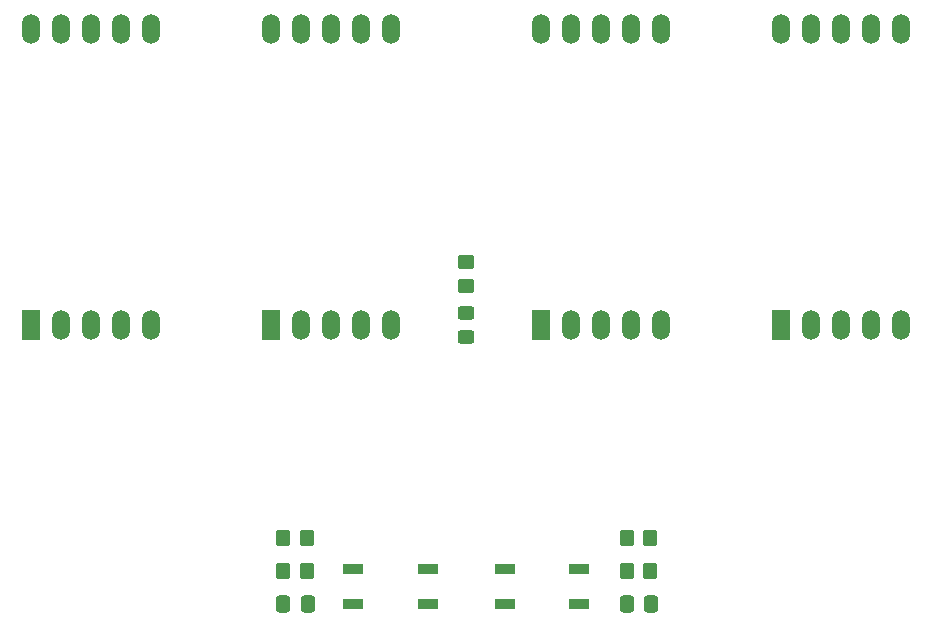
<source format=gbr>
%TF.GenerationSoftware,KiCad,Pcbnew,6.0.2+dfsg-1*%
%TF.CreationDate,2023-04-16T00:57:55+03:00*%
%TF.ProjectId,clock,636c6f63-6b2e-46b6-9963-61645f706362,rev?*%
%TF.SameCoordinates,Original*%
%TF.FileFunction,Soldermask,Top*%
%TF.FilePolarity,Negative*%
%FSLAX46Y46*%
G04 Gerber Fmt 4.6, Leading zero omitted, Abs format (unit mm)*
G04 Created by KiCad (PCBNEW 6.0.2+dfsg-1) date 2023-04-16 00:57:55*
%MOMM*%
%LPD*%
G01*
G04 APERTURE LIST*
G04 Aperture macros list*
%AMRoundRect*
0 Rectangle with rounded corners*
0 $1 Rounding radius*
0 $2 $3 $4 $5 $6 $7 $8 $9 X,Y pos of 4 corners*
0 Add a 4 corners polygon primitive as box body*
4,1,4,$2,$3,$4,$5,$6,$7,$8,$9,$2,$3,0*
0 Add four circle primitives for the rounded corners*
1,1,$1+$1,$2,$3*
1,1,$1+$1,$4,$5*
1,1,$1+$1,$6,$7*
1,1,$1+$1,$8,$9*
0 Add four rect primitives between the rounded corners*
20,1,$1+$1,$2,$3,$4,$5,0*
20,1,$1+$1,$4,$5,$6,$7,0*
20,1,$1+$1,$6,$7,$8,$9,0*
20,1,$1+$1,$8,$9,$2,$3,0*%
G04 Aperture macros list end*
%ADD10RoundRect,0.250000X-0.450000X0.350000X-0.450000X-0.350000X0.450000X-0.350000X0.450000X0.350000X0*%
%ADD11R,1.524000X2.524000*%
%ADD12O,1.524000X2.524000*%
%ADD13RoundRect,0.250000X0.450000X-0.325000X0.450000X0.325000X-0.450000X0.325000X-0.450000X-0.325000X0*%
%ADD14RoundRect,0.250000X0.337500X0.475000X-0.337500X0.475000X-0.337500X-0.475000X0.337500X-0.475000X0*%
%ADD15RoundRect,0.250000X0.350000X0.450000X-0.350000X0.450000X-0.350000X-0.450000X0.350000X-0.450000X0*%
%ADD16RoundRect,0.250000X-0.350000X-0.450000X0.350000X-0.450000X0.350000X0.450000X-0.350000X0.450000X0*%
%ADD17RoundRect,0.250000X-0.337500X-0.475000X0.337500X-0.475000X0.337500X0.475000X-0.337500X0.475000X0*%
%ADD18R,1.800000X0.900000*%
G04 APERTURE END LIST*
D10*
%TO.C,R9*%
X144800000Y-107600000D03*
X144800000Y-109600000D03*
%TD*%
D11*
%TO.C,U1*%
X107950000Y-112913700D03*
D12*
X110490000Y-112913700D03*
X113030000Y-112913700D03*
X115570000Y-112913700D03*
X118110000Y-112913700D03*
X118110000Y-87913700D03*
X115570000Y-87913700D03*
X113030000Y-87913700D03*
X110490000Y-87913700D03*
X107950000Y-87913700D03*
%TD*%
D13*
%TO.C,D1*%
X144800000Y-113950000D03*
X144800000Y-111900000D03*
%TD*%
D14*
%TO.C,C1*%
X160437500Y-136600000D03*
X158362500Y-136600000D03*
%TD*%
D15*
%TO.C,R8*%
X131300000Y-133785000D03*
X129300000Y-133785000D03*
%TD*%
D16*
%TO.C,R7*%
X129300000Y-131000000D03*
X131300000Y-131000000D03*
%TD*%
%TO.C,R6*%
X158370000Y-133785000D03*
X160370000Y-133785000D03*
%TD*%
D17*
%TO.C,C2*%
X129300000Y-136600000D03*
X131375000Y-136600000D03*
%TD*%
D18*
%TO.C,SW2*%
X135230000Y-136600000D03*
X141530000Y-136600000D03*
X141530000Y-133600000D03*
X135230000Y-133600000D03*
%TD*%
%TO.C,SW1*%
X148030000Y-136600000D03*
X154330000Y-136600000D03*
X154330000Y-133600000D03*
X148030000Y-133600000D03*
%TD*%
D11*
%TO.C,U2*%
X128270000Y-112913700D03*
D12*
X130810000Y-112913700D03*
X133350000Y-112913700D03*
X135890000Y-112913700D03*
X138430000Y-112913700D03*
X138430000Y-87913700D03*
X135890000Y-87913700D03*
X133350000Y-87913700D03*
X130810000Y-87913700D03*
X128270000Y-87913700D03*
%TD*%
D15*
%TO.C,R5*%
X160370000Y-131000000D03*
X158370000Y-131000000D03*
%TD*%
D11*
%TO.C,U5*%
X171450000Y-112913700D03*
D12*
X173990000Y-112913700D03*
X176530000Y-112913700D03*
X179070000Y-112913700D03*
X181610000Y-112913700D03*
X181610000Y-87913700D03*
X179070000Y-87913700D03*
X176530000Y-87913700D03*
X173990000Y-87913700D03*
X171450000Y-87913700D03*
%TD*%
D11*
%TO.C,U4*%
X151130000Y-112913700D03*
D12*
X153670000Y-112913700D03*
X156210000Y-112913700D03*
X158750000Y-112913700D03*
X161290000Y-112913700D03*
X161290000Y-87913700D03*
X158750000Y-87913700D03*
X156210000Y-87913700D03*
X153670000Y-87913700D03*
X151130000Y-87913700D03*
%TD*%
M02*

</source>
